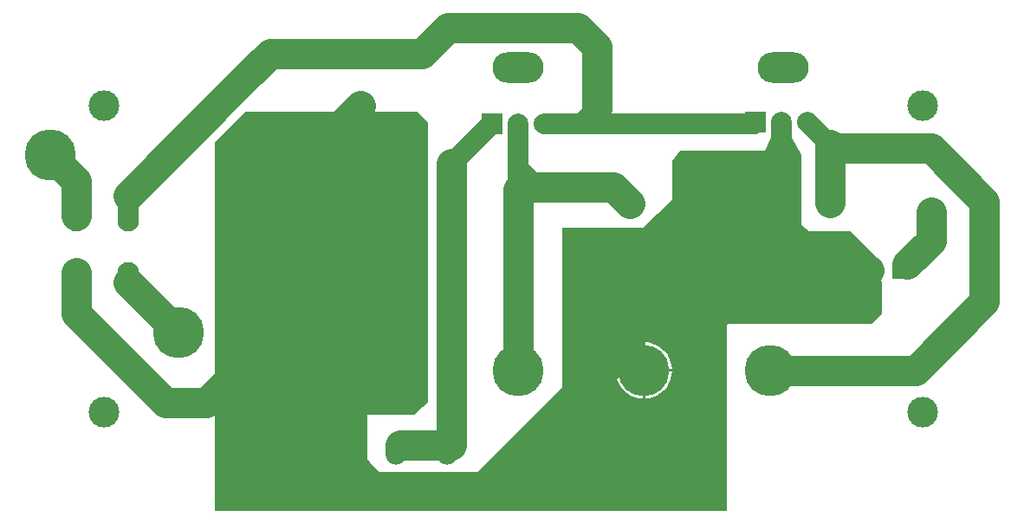
<source format=gbl>
%FSLAX43Y43*%
%MOMM*%
G71*
G01*
G75*
G04 Layer_Physical_Order=2*
G04 Layer_Color=16711680*
%ADD10C,3.000*%
%ADD11C,0.254*%
%ADD12C,2.000*%
%ADD13C,1.000*%
%ADD14C,5.000*%
%ADD15O,5.000X3.000*%
%ADD16C,1.800*%
%ADD17R,1.800X1.800*%
%ADD18R,2.000X2.000*%
%ADD19C,2.000*%
%ADD20R,2.000X2.000*%
%ADD21C,1.524*%
%ADD22R,1.524X1.524*%
%ADD23C,2.100*%
%ADD24O,2.000X3.000*%
%ADD25C,3.000*%
G36*
X35217Y38706D02*
X35430Y38735D01*
X35748Y38866D01*
X36020Y39075D01*
X36229Y39347D01*
X36238Y39370D01*
X40678D01*
X41694Y38354D01*
Y11049D01*
X41186Y10541D01*
X40297Y9779D01*
X35725D01*
Y5461D01*
X35979Y5080D01*
X36868Y4191D01*
X46520D01*
X54775Y12446D01*
Y28067D01*
X62649D01*
X65570Y30734D01*
Y34544D01*
X66332Y35560D01*
X74587D01*
X75222Y36830D01*
X77254D01*
X78143Y35179D01*
Y28321D01*
X78905Y27686D01*
X82969D01*
X85511Y25144D01*
X85455Y25030D01*
X85382Y25040D01*
X85081Y25000D01*
X84800Y24884D01*
X84559Y24699D01*
X84374Y24458D01*
X84258Y24177D01*
X84235Y24003D01*
X85382D01*
Y23876D01*
X85509D01*
Y22729D01*
X85683Y22752D01*
X85911Y22846D01*
X86017Y22776D01*
Y19685D01*
X85001Y18669D01*
X71031D01*
X70904Y18542D01*
Y381D01*
X20866D01*
Y36449D01*
X23787Y39370D01*
X33942D01*
X33951Y39347D01*
X34160Y39075D01*
X34432Y38866D01*
X34750Y38735D01*
X34963Y38706D01*
Y40005D01*
X35217D01*
Y38706D01*
D02*
G37*
%LPC*%
G36*
X62649Y16850D02*
X62344Y16826D01*
X61922Y16724D01*
X61522Y16558D01*
X61152Y16332D01*
X60823Y16050D01*
X60541Y15721D01*
X60315Y15351D01*
X60149Y14951D01*
X60047Y14529D01*
X60023Y14224D01*
X62649D01*
Y16850D01*
D02*
G37*
G36*
X65529Y13970D02*
X62903D01*
Y11344D01*
X63208Y11368D01*
X63630Y11470D01*
X64030Y11636D01*
X64400Y11862D01*
X64729Y12144D01*
X65011Y12473D01*
X65237Y12843D01*
X65403Y13243D01*
X65505Y13665D01*
X65529Y13970D01*
D02*
G37*
G36*
X62903Y16850D02*
Y14224D01*
X65529D01*
X65505Y14529D01*
X65403Y14951D01*
X65237Y15351D01*
X65011Y15721D01*
X64729Y16050D01*
X64400Y16332D01*
X64030Y16558D01*
X63630Y16724D01*
X63208Y16826D01*
X62903Y16850D01*
D02*
G37*
G36*
X61252Y25313D02*
X60371D01*
X60389Y25175D01*
X60492Y24928D01*
X60654Y24715D01*
X60867Y24553D01*
X61114Y24450D01*
X61252Y24432D01*
Y25313D01*
D02*
G37*
G36*
X85255Y23749D02*
X84235D01*
X84258Y23575D01*
X84374Y23294D01*
X84559Y23053D01*
X84800Y22868D01*
X85081Y22752D01*
X85255Y22729D01*
Y23749D01*
D02*
G37*
G36*
X34784Y6223D02*
X33646D01*
Y4602D01*
X33846Y4628D01*
X34151Y4755D01*
X34413Y4956D01*
X34614Y5218D01*
X34741Y5523D01*
X34784Y5850D01*
Y6223D01*
D02*
G37*
G36*
X33392D02*
X32254D01*
Y5850D01*
X32297Y5523D01*
X32424Y5218D01*
X32625Y4956D01*
X32887Y4755D01*
X33192Y4628D01*
X33392Y4602D01*
Y6223D01*
D02*
G37*
G36*
Y8098D02*
X33192Y8072D01*
X32887Y7945D01*
X32625Y7744D01*
X32424Y7482D01*
X32297Y7177D01*
X32254Y6850D01*
Y6477D01*
X33392D01*
Y8098D01*
D02*
G37*
G36*
X62649Y13970D02*
X60023D01*
X60047Y13665D01*
X60149Y13243D01*
X60315Y12843D01*
X60541Y12473D01*
X60823Y12144D01*
X61152Y11862D01*
X61522Y11636D01*
X61922Y11470D01*
X62344Y11368D01*
X62649Y11344D01*
Y13970D01*
D02*
G37*
G36*
X33646Y8098D02*
Y6477D01*
X34784D01*
Y6850D01*
X34741Y7177D01*
X34614Y7482D01*
X34413Y7744D01*
X34151Y7945D01*
X33846Y8072D01*
X33646Y8098D01*
D02*
G37*
G36*
X62387Y25313D02*
X61506D01*
Y24432D01*
X61644Y24450D01*
X61891Y24553D01*
X62104Y24715D01*
X62266Y24928D01*
X62369Y25175D01*
X62387Y25313D01*
D02*
G37*
G36*
X23533Y34354D02*
X22412D01*
X22438Y34154D01*
X22565Y33849D01*
X22766Y33587D01*
X23028Y33386D01*
X23333Y33259D01*
X23533Y33233D01*
Y34354D01*
D02*
G37*
G36*
X75984Y31398D02*
Y30226D01*
X77156D01*
X77127Y30439D01*
X76996Y30757D01*
X76787Y31029D01*
X76515Y31238D01*
X76197Y31369D01*
X75984Y31398D01*
D02*
G37*
G36*
X24908Y34354D02*
X23787D01*
Y33233D01*
X23987Y33259D01*
X24292Y33386D01*
X24554Y33587D01*
X24755Y33849D01*
X24882Y34154D01*
X24908Y34354D01*
D02*
G37*
G36*
X23787Y35729D02*
Y34608D01*
X24908D01*
X24882Y34808D01*
X24755Y35113D01*
X24554Y35375D01*
X24292Y35576D01*
X23987Y35703D01*
X23787Y35729D01*
D02*
G37*
G36*
X23533D02*
X23333Y35703D01*
X23028Y35576D01*
X22766Y35375D01*
X22565Y35113D01*
X22438Y34808D01*
X22412Y34608D01*
X23533D01*
Y35729D01*
D02*
G37*
G36*
X61506Y26448D02*
Y25567D01*
X62387D01*
X62369Y25705D01*
X62266Y25952D01*
X62104Y26165D01*
X61891Y26327D01*
X61644Y26430D01*
X61506Y26448D01*
D02*
G37*
G36*
X61252D02*
X61114Y26430D01*
X60867Y26327D01*
X60654Y26165D01*
X60492Y25952D01*
X60389Y25705D01*
X60371Y25567D01*
X61252D01*
Y26448D01*
D02*
G37*
G36*
X75730Y29972D02*
X74558D01*
X74587Y29759D01*
X74718Y29441D01*
X74927Y29169D01*
X75199Y28960D01*
X75517Y28829D01*
X75730Y28800D01*
Y29972D01*
D02*
G37*
G36*
Y31398D02*
X75517Y31369D01*
X75199Y31238D01*
X74927Y31029D01*
X74718Y30757D01*
X74587Y30439D01*
X74558Y30226D01*
X75730D01*
Y31398D01*
D02*
G37*
G36*
X77156Y29972D02*
X75984D01*
Y28800D01*
X76197Y28829D01*
X76515Y28960D01*
X76787Y29169D01*
X76996Y29441D01*
X77127Y29759D01*
X77156Y29972D01*
D02*
G37*
%LPD*%
D10*
X90843Y35814D02*
X96050Y30607D01*
Y20828D02*
Y30607D01*
X89319Y14097D02*
X96050Y20828D01*
X75095Y14097D02*
X89319D01*
X61379Y15494D02*
X62776Y14097D01*
X50457D02*
Y31750D01*
X88493Y24448D02*
X90843Y26797D01*
Y29591D01*
X23660Y14605D02*
Y34481D01*
X19977Y10922D02*
X23660Y14605D01*
X16040Y10922D02*
X19977D01*
X7277Y19685D02*
X16040Y10922D01*
X7277Y19685D02*
Y23622D01*
X47028Y2286D02*
X61379Y16637D01*
Y25440D01*
X71198D02*
X75857Y30099D01*
X61379Y25440D02*
X71198D01*
X81318Y35814D02*
X90843D01*
X80937Y30480D02*
Y36195D01*
X29566Y34481D02*
X33519Y38434D01*
X35090Y40005D01*
X33519Y6350D02*
Y38434D01*
X38980Y6811D02*
X43980D01*
Y32004D01*
X59815D02*
X61379Y30440D01*
X43980Y32004D02*
Y34290D01*
X56299Y47625D02*
X58204Y45720D01*
X43599Y47625D02*
X56299D01*
X41059Y45085D02*
X43599Y47625D01*
X35090Y45085D02*
X41059D01*
X4737Y35179D02*
X7277Y32639D01*
Y29210D02*
Y32639D01*
X12357Y22733D02*
X17310Y17780D01*
X26264Y45085D02*
X35090D01*
X23660Y42481D02*
X26264Y45085D01*
X23914Y34481D02*
X29566D01*
X12357Y31178D02*
X23660Y42481D01*
X33519Y5254D02*
Y6350D01*
Y5254D02*
X36487Y2286D01*
X47028D01*
X75857Y28067D02*
Y30099D01*
Y28067D02*
X80048Y23876D01*
X84747D01*
X50711Y32004D02*
X59815D01*
X50457Y31750D02*
X50711Y32004D01*
X58204Y39751D02*
Y45720D01*
D11*
X61379Y15494D02*
Y16637D01*
X80937Y36195D02*
X81318Y35814D01*
X38519Y6350D02*
X38980Y6811D01*
X12357Y22733D02*
Y23622D01*
X75857Y30099D02*
X76238Y30480D01*
D12*
X52997Y38227D02*
X56680D01*
X78778Y38354D02*
X80937Y36195D01*
X43980Y34290D02*
X47917Y38227D01*
X12357Y28702D02*
Y31178D01*
X76238Y30480D02*
Y38354D01*
X50203Y32004D02*
X50457Y32258D01*
Y38227D01*
X56680D02*
X73571D01*
X56680D02*
X58204Y39751D01*
D13*
X73571Y38227D02*
X73698Y38354D01*
X50965Y34036D02*
X51981Y33020D01*
D14*
X75095Y14097D02*
D03*
X50457D02*
D03*
X62776D02*
D03*
X4737Y35179D02*
D03*
X17310Y17780D02*
D03*
D15*
X76365Y43691D02*
D03*
X50457D02*
D03*
D16*
X85382Y23876D02*
D03*
D17*
X87922D02*
D03*
D18*
X73698Y38354D02*
D03*
X47917Y38227D02*
D03*
D19*
X76238Y38354D02*
D03*
X78778D02*
D03*
X52997Y38227D02*
D03*
X50457D02*
D03*
X23660Y34481D02*
D03*
D20*
Y42481D02*
D03*
D21*
X61379Y25440D02*
D03*
X50203Y32004D02*
D03*
X43980D02*
D03*
X90843Y29591D02*
D03*
Y35814D02*
D03*
D22*
X61379Y30440D02*
D03*
D23*
X75857Y30099D02*
D03*
X80937D02*
D03*
X35090Y40005D02*
D03*
Y45085D02*
D03*
X7277Y28702D02*
D03*
Y23622D02*
D03*
X12357Y28702D02*
D03*
Y23622D02*
D03*
D24*
X33519Y6350D02*
D03*
X38519D02*
D03*
X43519D02*
D03*
D25*
X90000Y9962D02*
D03*
Y39962D02*
D03*
X10000Y9962D02*
D03*
Y39962D02*
D03*
M02*

</source>
